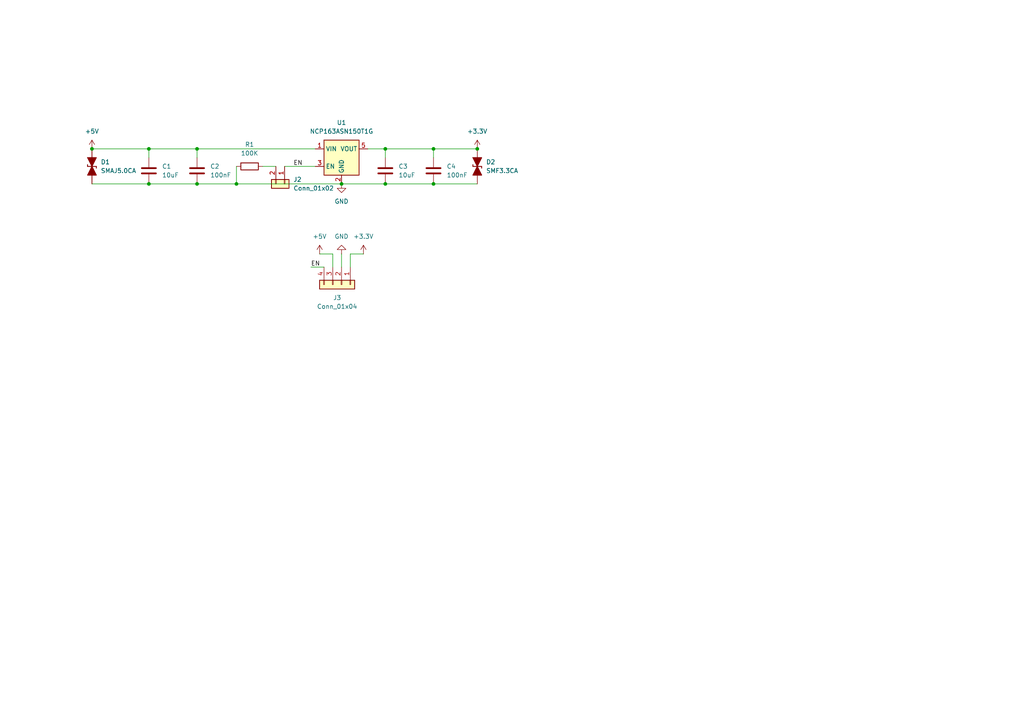
<source format=kicad_sch>
(kicad_sch
	(version 20250114)
	(generator "eeschema")
	(generator_version "9.0")
	(uuid "1df6ae02-d3d4-4e02-9ae3-4242eafe4dc1")
	(paper "A4")
	(lib_symbols
		(symbol "Connector_Generic:Conn_01x02"
			(pin_names
				(offset 1.016)
				(hide yes)
			)
			(exclude_from_sim no)
			(in_bom yes)
			(on_board yes)
			(property "Reference" "J"
				(at 0 2.54 0)
				(effects
					(font
						(size 1.27 1.27)
					)
				)
			)
			(property "Value" "Conn_01x02"
				(at 0 -5.08 0)
				(effects
					(font
						(size 1.27 1.27)
					)
				)
			)
			(property "Footprint" ""
				(at 0 0 0)
				(effects
					(font
						(size 1.27 1.27)
					)
					(hide yes)
				)
			)
			(property "Datasheet" "~"
				(at 0 0 0)
				(effects
					(font
						(size 1.27 1.27)
					)
					(hide yes)
				)
			)
			(property "Description" "Generic connector, single row, 01x02, script generated (kicad-library-utils/schlib/autogen/connector/)"
				(at 0 0 0)
				(effects
					(font
						(size 1.27 1.27)
					)
					(hide yes)
				)
			)
			(property "ki_keywords" "connector"
				(at 0 0 0)
				(effects
					(font
						(size 1.27 1.27)
					)
					(hide yes)
				)
			)
			(property "ki_fp_filters" "Connector*:*_1x??_*"
				(at 0 0 0)
				(effects
					(font
						(size 1.27 1.27)
					)
					(hide yes)
				)
			)
			(symbol "Conn_01x02_1_1"
				(rectangle
					(start -1.27 1.27)
					(end 1.27 -3.81)
					(stroke
						(width 0.254)
						(type default)
					)
					(fill
						(type background)
					)
				)
				(rectangle
					(start -1.27 0.127)
					(end 0 -0.127)
					(stroke
						(width 0.1524)
						(type default)
					)
					(fill
						(type none)
					)
				)
				(rectangle
					(start -1.27 -2.413)
					(end 0 -2.667)
					(stroke
						(width 0.1524)
						(type default)
					)
					(fill
						(type none)
					)
				)
				(pin passive line
					(at -5.08 0 0)
					(length 3.81)
					(name "Pin_1"
						(effects
							(font
								(size 1.27 1.27)
							)
						)
					)
					(number "1"
						(effects
							(font
								(size 1.27 1.27)
							)
						)
					)
				)
				(pin passive line
					(at -5.08 -2.54 0)
					(length 3.81)
					(name "Pin_2"
						(effects
							(font
								(size 1.27 1.27)
							)
						)
					)
					(number "2"
						(effects
							(font
								(size 1.27 1.27)
							)
						)
					)
				)
			)
			(embedded_fonts no)
		)
		(symbol "Connector_Generic:Conn_01x04"
			(pin_names
				(offset 1.016)
				(hide yes)
			)
			(exclude_from_sim no)
			(in_bom yes)
			(on_board yes)
			(property "Reference" "J"
				(at 0 5.08 0)
				(effects
					(font
						(size 1.27 1.27)
					)
				)
			)
			(property "Value" "Conn_01x04"
				(at 0 -7.62 0)
				(effects
					(font
						(size 1.27 1.27)
					)
				)
			)
			(property "Footprint" ""
				(at 0 0 0)
				(effects
					(font
						(size 1.27 1.27)
					)
					(hide yes)
				)
			)
			(property "Datasheet" "~"
				(at 0 0 0)
				(effects
					(font
						(size 1.27 1.27)
					)
					(hide yes)
				)
			)
			(property "Description" "Generic connector, single row, 01x04, script generated (kicad-library-utils/schlib/autogen/connector/)"
				(at 0 0 0)
				(effects
					(font
						(size 1.27 1.27)
					)
					(hide yes)
				)
			)
			(property "ki_keywords" "connector"
				(at 0 0 0)
				(effects
					(font
						(size 1.27 1.27)
					)
					(hide yes)
				)
			)
			(property "ki_fp_filters" "Connector*:*_1x??_*"
				(at 0 0 0)
				(effects
					(font
						(size 1.27 1.27)
					)
					(hide yes)
				)
			)
			(symbol "Conn_01x04_1_1"
				(rectangle
					(start -1.27 3.81)
					(end 1.27 -6.35)
					(stroke
						(width 0.254)
						(type default)
					)
					(fill
						(type background)
					)
				)
				(rectangle
					(start -1.27 2.667)
					(end 0 2.413)
					(stroke
						(width 0.1524)
						(type default)
					)
					(fill
						(type none)
					)
				)
				(rectangle
					(start -1.27 0.127)
					(end 0 -0.127)
					(stroke
						(width 0.1524)
						(type default)
					)
					(fill
						(type none)
					)
				)
				(rectangle
					(start -1.27 -2.413)
					(end 0 -2.667)
					(stroke
						(width 0.1524)
						(type default)
					)
					(fill
						(type none)
					)
				)
				(rectangle
					(start -1.27 -4.953)
					(end 0 -5.207)
					(stroke
						(width 0.1524)
						(type default)
					)
					(fill
						(type none)
					)
				)
				(pin passive line
					(at -5.08 2.54 0)
					(length 3.81)
					(name "Pin_1"
						(effects
							(font
								(size 1.27 1.27)
							)
						)
					)
					(number "1"
						(effects
							(font
								(size 1.27 1.27)
							)
						)
					)
				)
				(pin passive line
					(at -5.08 0 0)
					(length 3.81)
					(name "Pin_2"
						(effects
							(font
								(size 1.27 1.27)
							)
						)
					)
					(number "2"
						(effects
							(font
								(size 1.27 1.27)
							)
						)
					)
				)
				(pin passive line
					(at -5.08 -2.54 0)
					(length 3.81)
					(name "Pin_3"
						(effects
							(font
								(size 1.27 1.27)
							)
						)
					)
					(number "3"
						(effects
							(font
								(size 1.27 1.27)
							)
						)
					)
				)
				(pin passive line
					(at -5.08 -5.08 0)
					(length 3.81)
					(name "Pin_4"
						(effects
							(font
								(size 1.27 1.27)
							)
						)
					)
					(number "4"
						(effects
							(font
								(size 1.27 1.27)
							)
						)
					)
				)
			)
			(embedded_fonts no)
		)
		(symbol "Library:RT9013-33GB"
			(exclude_from_sim no)
			(in_bom yes)
			(on_board yes)
			(property "Reference" "U"
				(at 0 8.89 0)
				(effects
					(font
						(size 1.27 1.27)
					)
				)
			)
			(property "Value" "NCP163ASN150T1G"
				(at 0 6.35 0)
				(effects
					(font
						(size 1.27 1.27)
					)
				)
			)
			(property "Footprint" "Package_TO_SOT_SMD:SOT-23-5"
				(at 0 7.62 0)
				(effects
					(font
						(size 1.27 1.27)
					)
					(hide yes)
				)
			)
			(property "Datasheet" "https://www.jlc-smt.com/lcsc/detail?componentCode=C47773"
				(at 0 7.62 0)
				(effects
					(font
						(size 1.27 1.27)
					)
					(hide yes)
				)
			)
			(property "Description" "250mA low-noise LDO, 2.2V-5.5V input, 1.5V output, SOT-23-5"
				(at 0 0 0)
				(effects
					(font
						(size 1.27 1.27)
					)
					(hide yes)
				)
			)
			(property "ki_keywords" "LDO regulator voltage"
				(at 0 0 0)
				(effects
					(font
						(size 1.27 1.27)
					)
					(hide yes)
				)
			)
			(property "ki_fp_filters" "SOT?23*"
				(at 0 0 0)
				(effects
					(font
						(size 1.27 1.27)
					)
					(hide yes)
				)
			)
			(symbol "RT9013-33GB_0_1"
				(rectangle
					(start -5.08 5.08)
					(end 5.08 -5.08)
					(stroke
						(width 0.254)
						(type default)
					)
					(fill
						(type background)
					)
				)
			)
			(symbol "RT9013-33GB_1_1"
				(pin power_in line
					(at -7.62 2.54 0)
					(length 2.54)
					(name "VIN"
						(effects
							(font
								(size 1.27 1.27)
							)
						)
					)
					(number "1"
						(effects
							(font
								(size 1.27 1.27)
							)
						)
					)
				)
				(pin input line
					(at -7.62 -2.54 0)
					(length 2.54)
					(name "EN"
						(effects
							(font
								(size 1.27 1.27)
							)
						)
					)
					(number "3"
						(effects
							(font
								(size 1.27 1.27)
							)
						)
					)
				)
				(pin power_in line
					(at 0 -7.62 90)
					(length 2.54)
					(name "GND"
						(effects
							(font
								(size 1.27 1.27)
							)
						)
					)
					(number "2"
						(effects
							(font
								(size 1.27 1.27)
							)
						)
					)
				)
				(pin no_connect line
					(at 5.08 -2.54 180)
					(length 2.54)
					(hide yes)
					(name "NC"
						(effects
							(font
								(size 1.27 1.27)
							)
						)
					)
					(number "4"
						(effects
							(font
								(size 1.27 1.27)
							)
						)
					)
				)
				(pin power_out line
					(at 7.62 2.54 180)
					(length 2.54)
					(name "VOUT"
						(effects
							(font
								(size 1.27 1.27)
							)
						)
					)
					(number "5"
						(effects
							(font
								(size 1.27 1.27)
							)
						)
					)
				)
			)
			(embedded_fonts no)
		)
		(symbol "Library:SMF3.3CA"
			(pin_numbers
				(hide yes)
			)
			(pin_names
				(offset 1.016)
				(hide yes)
			)
			(exclude_from_sim no)
			(in_bom yes)
			(on_board yes)
			(property "Reference" "D"
				(at 0 5.08 0)
				(effects
					(font
						(size 1.27 1.27)
					)
				)
			)
			(property "Value" "SMF3.3CA"
				(at 0 2.54 0)
				(effects
					(font
						(size 1.27 1.27)
					)
				)
			)
			(property "Footprint" "PCM_Diode_SMD_AKL:D_SOD-123F"
				(at 0 0 0)
				(effects
					(font
						(size 1.27 1.27)
					)
					(hide yes)
				)
			)
			(property "Datasheet" "https://item.szlcsc.com/48682096.html?fromZone=s_s__%2522SMF3.3CA%2522&spm=sc.gb.xh1.zy.n___sc.it.hd.ss&lcsc_vid=RVRcUVYDElFdXlJeRAALAwJQTwNeBgZeQ1QMUwJSRlQxVlNSQVZWVV1VR1lXVTtW"
				(at 0 0 0)
				(effects
					(font
						(size 1.27 1.27)
					)
					(hide yes)
				)
			)
			(property "Description" "SOD-123F Bidirectional TVS Diode, 5V, 200W, Alternate KiCAD Library"
				(at 0 0 0)
				(effects
					(font
						(size 1.27 1.27)
					)
					(hide yes)
				)
			)
			(property "ki_keywords" "diode TVS bidirectional SMF-CA"
				(at 0 0 0)
				(effects
					(font
						(size 1.27 1.27)
					)
					(hide yes)
				)
			)
			(property "ki_fp_filters" "TO-???* *_Diode_* *SingleDiode* D_*"
				(at 0 0 0)
				(effects
					(font
						(size 1.27 1.27)
					)
					(hide yes)
				)
			)
			(symbol "SMF3.3CA_0_1"
				(polyline
					(pts
						(xy 0 1.27) (xy 0 -1.27)
					)
					(stroke
						(width 0.254)
						(type default)
					)
					(fill
						(type none)
					)
				)
				(polyline
					(pts
						(xy 0 1.27) (xy 0.508 1.27)
					)
					(stroke
						(width 0.254)
						(type default)
					)
					(fill
						(type none)
					)
				)
				(polyline
					(pts
						(xy 0 0) (xy -2.54 1.27) (xy -2.54 -1.27) (xy 0 0)
					)
					(stroke
						(width 0.254)
						(type default)
					)
					(fill
						(type outline)
					)
				)
				(polyline
					(pts
						(xy 0 -1.27) (xy -0.508 -1.27)
					)
					(stroke
						(width 0.254)
						(type default)
					)
					(fill
						(type none)
					)
				)
				(polyline
					(pts
						(xy 1.27 0) (xy -1.27 0)
					)
					(stroke
						(width 0)
						(type default)
					)
					(fill
						(type none)
					)
				)
				(polyline
					(pts
						(xy 2.54 1.27) (xy 2.54 -1.27) (xy 0 0) (xy 2.54 1.27)
					)
					(stroke
						(width 0.254)
						(type default)
					)
					(fill
						(type outline)
					)
				)
			)
			(symbol "SMF3.3CA_0_2"
				(polyline
					(pts
						(xy -3.81 -3.81) (xy 3.81 3.81)
					)
					(stroke
						(width 0)
						(type default)
					)
					(fill
						(type none)
					)
				)
				(polyline
					(pts
						(xy -1.778 -1.778) (xy -2.667 -0.889) (xy 0 0) (xy -0.889 -2.667) (xy -1.778 -1.778)
					)
					(stroke
						(width 0.254)
						(type default)
					)
					(fill
						(type outline)
					)
				)
				(polyline
					(pts
						(xy -0.889 0.889) (xy -1.27 0.508)
					)
					(stroke
						(width 0.254)
						(type default)
					)
					(fill
						(type none)
					)
				)
				(polyline
					(pts
						(xy -0.889 0.889) (xy 0.889 -0.889)
					)
					(stroke
						(width 0.254)
						(type default)
					)
					(fill
						(type none)
					)
				)
				(polyline
					(pts
						(xy 0.889 -0.889) (xy 1.27 -0.508)
					)
					(stroke
						(width 0.254)
						(type default)
					)
					(fill
						(type none)
					)
				)
				(polyline
					(pts
						(xy 1.778 1.778) (xy 2.667 0.889) (xy 0 0) (xy 0.889 2.667) (xy 1.778 1.778)
					)
					(stroke
						(width 0.254)
						(type default)
					)
					(fill
						(type outline)
					)
				)
			)
			(symbol "SMF3.3CA_1_1"
				(pin passive line
					(at -5.08 0 0)
					(length 2.54)
					(name "K"
						(effects
							(font
								(size 1.27 1.27)
							)
						)
					)
					(number "1"
						(effects
							(font
								(size 1.27 1.27)
							)
						)
					)
				)
				(pin passive line
					(at 5.08 0 180)
					(length 2.54)
					(name "A"
						(effects
							(font
								(size 1.27 1.27)
							)
						)
					)
					(number "2"
						(effects
							(font
								(size 1.27 1.27)
							)
						)
					)
				)
			)
			(symbol "SMF3.3CA_1_2"
				(pin passive line
					(at -3.81 -3.81 0)
					(length 0)
					(name "A"
						(effects
							(font
								(size 1.27 1.27)
							)
						)
					)
					(number "2"
						(effects
							(font
								(size 1.27 1.27)
							)
						)
					)
				)
				(pin passive line
					(at 3.81 3.81 180)
					(length 0)
					(name "K"
						(effects
							(font
								(size 1.27 1.27)
							)
						)
					)
					(number "1"
						(effects
							(font
								(size 1.27 1.27)
							)
						)
					)
				)
			)
			(embedded_fonts no)
		)
		(symbol "PCM_Capacitor_US_AKL:C_1206"
			(pin_numbers
				(hide yes)
			)
			(pin_names
				(offset 0.254)
			)
			(exclude_from_sim no)
			(in_bom yes)
			(on_board yes)
			(property "Reference" "C"
				(at 0.635 2.54 0)
				(effects
					(font
						(size 1.27 1.27)
					)
					(justify left)
				)
			)
			(property "Value" "C_1206"
				(at 0.635 -2.54 0)
				(effects
					(font
						(size 1.27 1.27)
					)
					(justify left)
				)
			)
			(property "Footprint" "PCM_Capacitor_SMD_AKL:C_1206_3216Metric"
				(at 0.9652 -3.81 0)
				(effects
					(font
						(size 1.27 1.27)
					)
					(hide yes)
				)
			)
			(property "Datasheet" "~"
				(at 0 0 0)
				(effects
					(font
						(size 1.27 1.27)
					)
					(hide yes)
				)
			)
			(property "Description" "SMD 1206 MLCC capacitor, Alternate KiCad Library"
				(at 0 0 0)
				(effects
					(font
						(size 1.27 1.27)
					)
					(hide yes)
				)
			)
			(property "ki_keywords" "cap capacitor ceramic chip mlcc smd 1206"
				(at 0 0 0)
				(effects
					(font
						(size 1.27 1.27)
					)
					(hide yes)
				)
			)
			(property "ki_fp_filters" "C_*"
				(at 0 0 0)
				(effects
					(font
						(size 1.27 1.27)
					)
					(hide yes)
				)
			)
			(symbol "C_1206_0_1"
				(polyline
					(pts
						(xy -2.032 0.762) (xy 2.032 0.762)
					)
					(stroke
						(width 0.508)
						(type default)
					)
					(fill
						(type none)
					)
				)
				(polyline
					(pts
						(xy -2.032 -0.762) (xy 2.032 -0.762)
					)
					(stroke
						(width 0.508)
						(type default)
					)
					(fill
						(type none)
					)
				)
			)
			(symbol "C_1206_0_2"
				(polyline
					(pts
						(xy -2.54 -2.54) (xy -0.381 -0.381)
					)
					(stroke
						(width 0)
						(type default)
					)
					(fill
						(type none)
					)
				)
				(polyline
					(pts
						(xy -0.508 -0.508) (xy -1.651 0.635)
					)
					(stroke
						(width 0.508)
						(type default)
					)
					(fill
						(type none)
					)
				)
				(polyline
					(pts
						(xy -0.508 -0.508) (xy 0.635 -1.651)
					)
					(stroke
						(width 0.508)
						(type default)
					)
					(fill
						(type none)
					)
				)
				(polyline
					(pts
						(xy 0.381 0.381) (xy 2.54 2.54)
					)
					(stroke
						(width 0)
						(type default)
					)
					(fill
						(type none)
					)
				)
				(polyline
					(pts
						(xy 0.508 0.508) (xy -0.635 1.651)
					)
					(stroke
						(width 0.508)
						(type default)
					)
					(fill
						(type none)
					)
				)
				(polyline
					(pts
						(xy 0.508 0.508) (xy 1.651 -0.635)
					)
					(stroke
						(width 0.508)
						(type default)
					)
					(fill
						(type none)
					)
				)
			)
			(symbol "C_1206_1_1"
				(pin passive line
					(at 0 3.81 270)
					(length 2.794)
					(name "~"
						(effects
							(font
								(size 1.27 1.27)
							)
						)
					)
					(number "1"
						(effects
							(font
								(size 1.27 1.27)
							)
						)
					)
				)
				(pin passive line
					(at 0 -3.81 90)
					(length 2.794)
					(name "~"
						(effects
							(font
								(size 1.27 1.27)
							)
						)
					)
					(number "2"
						(effects
							(font
								(size 1.27 1.27)
							)
						)
					)
				)
			)
			(symbol "C_1206_1_2"
				(pin passive line
					(at -2.54 -2.54 90)
					(length 0)
					(name "~"
						(effects
							(font
								(size 1.27 1.27)
							)
						)
					)
					(number "2"
						(effects
							(font
								(size 1.27 1.27)
							)
						)
					)
				)
				(pin passive line
					(at 2.54 2.54 270)
					(length 0)
					(name "~"
						(effects
							(font
								(size 1.27 1.27)
							)
						)
					)
					(number "1"
						(effects
							(font
								(size 1.27 1.27)
							)
						)
					)
				)
			)
			(embedded_fonts no)
		)
		(symbol "PCM_Diode_TVS_AKL:SMAJ5.0CA"
			(pin_numbers
				(hide yes)
			)
			(pin_names
				(offset 1.016)
				(hide yes)
			)
			(exclude_from_sim no)
			(in_bom yes)
			(on_board yes)
			(property "Reference" "D"
				(at 0 5.08 0)
				(effects
					(font
						(size 1.27 1.27)
					)
				)
			)
			(property "Value" "SMAJ5.0CA"
				(at 0 2.54 0)
				(effects
					(font
						(size 1.27 1.27)
					)
				)
			)
			(property "Footprint" "PCM_Diode_SMD_AKL:D_SMA_TVS"
				(at 0 0 0)
				(effects
					(font
						(size 1.27 1.27)
					)
					(hide yes)
				)
			)
			(property "Datasheet" "https://www.tme.eu/Document/dbc72d81c249fe51b6ab42300e8e06d0/SMAJ_ser.pdf"
				(at 0 0 0)
				(effects
					(font
						(size 1.27 1.27)
					)
					(hide yes)
				)
			)
			(property "Description" "SMA Bidirectional TVS Diode, 5V, 400W, Alternate KiCAD Library"
				(at 0 0 0)
				(effects
					(font
						(size 1.27 1.27)
					)
					(hide yes)
				)
			)
			(property "ki_keywords" "diode TVS bidirectional SMAJ-CA"
				(at 0 0 0)
				(effects
					(font
						(size 1.27 1.27)
					)
					(hide yes)
				)
			)
			(property "ki_fp_filters" "TO-???* *_Diode_* *SingleDiode* D_*"
				(at 0 0 0)
				(effects
					(font
						(size 1.27 1.27)
					)
					(hide yes)
				)
			)
			(symbol "SMAJ5.0CA_0_1"
				(polyline
					(pts
						(xy 0 1.27) (xy 0 -1.27)
					)
					(stroke
						(width 0.254)
						(type default)
					)
					(fill
						(type none)
					)
				)
				(polyline
					(pts
						(xy 0 1.27) (xy 0.508 1.27)
					)
					(stroke
						(width 0.254)
						(type default)
					)
					(fill
						(type none)
					)
				)
				(polyline
					(pts
						(xy 0 0) (xy -2.54 1.27) (xy -2.54 -1.27) (xy 0 0)
					)
					(stroke
						(width 0.254)
						(type default)
					)
					(fill
						(type outline)
					)
				)
				(polyline
					(pts
						(xy 0 -1.27) (xy -0.508 -1.27)
					)
					(stroke
						(width 0.254)
						(type default)
					)
					(fill
						(type none)
					)
				)
				(polyline
					(pts
						(xy 1.27 0) (xy -1.27 0)
					)
					(stroke
						(width 0)
						(type default)
					)
					(fill
						(type none)
					)
				)
				(polyline
					(pts
						(xy 2.54 1.27) (xy 2.54 -1.27) (xy 0 0) (xy 2.54 1.27)
					)
					(stroke
						(width 0.254)
						(type default)
					)
					(fill
						(type outline)
					)
				)
			)
			(symbol "SMAJ5.0CA_0_2"
				(polyline
					(pts
						(xy -3.81 -3.81) (xy 3.81 3.81)
					)
					(stroke
						(width 0)
						(type default)
					)
					(fill
						(type none)
					)
				)
				(polyline
					(pts
						(xy -1.778 -1.778) (xy -2.667 -0.889) (xy 0 0) (xy -0.889 -2.667) (xy -1.778 -1.778)
					)
					(stroke
						(width 0.254)
						(type default)
					)
					(fill
						(type outline)
					)
				)
				(polyline
					(pts
						(xy -0.889 0.889) (xy -1.27 0.508)
					)
					(stroke
						(width 0.254)
						(type default)
					)
					(fill
						(type none)
					)
				)
				(polyline
					(pts
						(xy -0.889 0.889) (xy 0.889 -0.889)
					)
					(stroke
						(width 0.254)
						(type default)
					)
					(fill
						(type none)
					)
				)
				(polyline
					(pts
						(xy 0.889 -0.889) (xy 1.27 -0.508)
					)
					(stroke
						(width 0.254)
						(type default)
					)
					(fill
						(type none)
					)
				)
				(polyline
					(pts
						(xy 1.778 1.778) (xy 2.667 0.889) (xy 0 0) (xy 0.889 2.667) (xy 1.778 1.778)
					)
					(stroke
						(width 0.254)
						(type default)
					)
					(fill
						(type outline)
					)
				)
			)
			(symbol "SMAJ5.0CA_1_1"
				(pin passive line
					(at -5.08 0 0)
					(length 2.54)
					(name "K"
						(effects
							(font
								(size 1.27 1.27)
							)
						)
					)
					(number "1"
						(effects
							(font
								(size 1.27 1.27)
							)
						)
					)
				)
				(pin passive line
					(at 5.08 0 180)
					(length 2.54)
					(name "A"
						(effects
							(font
								(size 1.27 1.27)
							)
						)
					)
					(number "2"
						(effects
							(font
								(size 1.27 1.27)
							)
						)
					)
				)
			)
			(symbol "SMAJ5.0CA_1_2"
				(pin passive line
					(at -3.81 -3.81 0)
					(length 0)
					(name "A"
						(effects
							(font
								(size 1.27 1.27)
							)
						)
					)
					(number "2"
						(effects
							(font
								(size 1.27 1.27)
							)
						)
					)
				)
				(pin passive line
					(at 3.81 3.81 180)
					(length 0)
					(name "K"
						(effects
							(font
								(size 1.27 1.27)
							)
						)
					)
					(number "1"
						(effects
							(font
								(size 1.27 1.27)
							)
						)
					)
				)
			)
			(embedded_fonts no)
		)
		(symbol "PCM_Resistor_AKL:R_1206"
			(pin_numbers
				(hide yes)
			)
			(pin_names
				(offset 0)
			)
			(exclude_from_sim no)
			(in_bom yes)
			(on_board yes)
			(property "Reference" "R"
				(at 2.54 1.27 0)
				(effects
					(font
						(size 1.27 1.27)
					)
					(justify left)
				)
			)
			(property "Value" "R_1206"
				(at 2.54 -1.27 0)
				(effects
					(font
						(size 1.27 1.27)
					)
					(justify left)
				)
			)
			(property "Footprint" "PCM_Resistor_SMD_AKL:R_1206_3216Metric"
				(at 0 -11.43 0)
				(effects
					(font
						(size 1.27 1.27)
					)
					(hide yes)
				)
			)
			(property "Datasheet" "~"
				(at 0 0 0)
				(effects
					(font
						(size 1.27 1.27)
					)
					(hide yes)
				)
			)
			(property "Description" "SMD 1206 Chip Resistor, European Symbol, Alternate KiCad Library"
				(at 0 0 0)
				(effects
					(font
						(size 1.27 1.27)
					)
					(hide yes)
				)
			)
			(property "ki_keywords" "R res resistor eu  smd 1206"
				(at 0 0 0)
				(effects
					(font
						(size 1.27 1.27)
					)
					(hide yes)
				)
			)
			(property "ki_fp_filters" "R_*"
				(at 0 0 0)
				(effects
					(font
						(size 1.27 1.27)
					)
					(hide yes)
				)
			)
			(symbol "R_1206_0_1"
				(rectangle
					(start -1.016 2.54)
					(end 1.016 -2.54)
					(stroke
						(width 0.254)
						(type default)
					)
					(fill
						(type none)
					)
				)
			)
			(symbol "R_1206_0_2"
				(polyline
					(pts
						(xy -2.54 -2.54) (xy -1.524 -1.524)
					)
					(stroke
						(width 0)
						(type default)
					)
					(fill
						(type none)
					)
				)
				(polyline
					(pts
						(xy 1.524 1.524) (xy 2.54 2.54)
					)
					(stroke
						(width 0)
						(type default)
					)
					(fill
						(type none)
					)
				)
				(polyline
					(pts
						(xy 1.524 1.524) (xy 0.889 2.159) (xy -2.159 -0.889) (xy -0.889 -2.159) (xy 2.159 0.889) (xy 1.524 1.524)
					)
					(stroke
						(width 0.254)
						(type default)
					)
					(fill
						(type none)
					)
				)
			)
			(symbol "R_1206_1_1"
				(pin passive line
					(at 0 3.81 270)
					(length 1.27)
					(name "~"
						(effects
							(font
								(size 1.27 1.27)
							)
						)
					)
					(number "1"
						(effects
							(font
								(size 1.27 1.27)
							)
						)
					)
				)
				(pin passive line
					(at 0 -3.81 90)
					(length 1.27)
					(name "~"
						(effects
							(font
								(size 1.27 1.27)
							)
						)
					)
					(number "2"
						(effects
							(font
								(size 1.27 1.27)
							)
						)
					)
				)
			)
			(symbol "R_1206_1_2"
				(pin passive line
					(at -2.54 -2.54 0)
					(length 0)
					(name ""
						(effects
							(font
								(size 1.27 1.27)
							)
						)
					)
					(number "2"
						(effects
							(font
								(size 1.27 1.27)
							)
						)
					)
				)
				(pin passive line
					(at 2.54 2.54 180)
					(length 0)
					(name ""
						(effects
							(font
								(size 1.27 1.27)
							)
						)
					)
					(number "1"
						(effects
							(font
								(size 1.27 1.27)
							)
						)
					)
				)
			)
			(embedded_fonts no)
		)
		(symbol "power:+3.3V"
			(power)
			(pin_numbers
				(hide yes)
			)
			(pin_names
				(offset 0)
				(hide yes)
			)
			(exclude_from_sim no)
			(in_bom yes)
			(on_board yes)
			(property "Reference" "#PWR"
				(at 0 -3.81 0)
				(effects
					(font
						(size 1.27 1.27)
					)
					(hide yes)
				)
			)
			(property "Value" "+3.3V"
				(at 0 3.556 0)
				(effects
					(font
						(size 1.27 1.27)
					)
				)
			)
			(property "Footprint" ""
				(at 0 0 0)
				(effects
					(font
						(size 1.27 1.27)
					)
					(hide yes)
				)
			)
			(property "Datasheet" ""
				(at 0 0 0)
				(effects
					(font
						(size 1.27 1.27)
					)
					(hide yes)
				)
			)
			(property "Description" "Power symbol creates a global label with name \"+3.3V\""
				(at 0 0 0)
				(effects
					(font
						(size 1.27 1.27)
					)
					(hide yes)
				)
			)
			(property "ki_keywords" "global power"
				(at 0 0 0)
				(effects
					(font
						(size 1.27 1.27)
					)
					(hide yes)
				)
			)
			(symbol "+3.3V_0_1"
				(polyline
					(pts
						(xy -0.762 1.27) (xy 0 2.54)
					)
					(stroke
						(width 0)
						(type default)
					)
					(fill
						(type none)
					)
				)
				(polyline
					(pts
						(xy 0 2.54) (xy 0.762 1.27)
					)
					(stroke
						(width 0)
						(type default)
					)
					(fill
						(type none)
					)
				)
				(polyline
					(pts
						(xy 0 0) (xy 0 2.54)
					)
					(stroke
						(width 0)
						(type default)
					)
					(fill
						(type none)
					)
				)
			)
			(symbol "+3.3V_1_1"
				(pin power_in line
					(at 0 0 90)
					(length 0)
					(name "~"
						(effects
							(font
								(size 1.27 1.27)
							)
						)
					)
					(number "1"
						(effects
							(font
								(size 1.27 1.27)
							)
						)
					)
				)
			)
			(embedded_fonts no)
		)
		(symbol "power:+5V"
			(power)
			(pin_numbers
				(hide yes)
			)
			(pin_names
				(offset 0)
				(hide yes)
			)
			(exclude_from_sim no)
			(in_bom yes)
			(on_board yes)
			(property "Reference" "#PWR"
				(at 0 -3.81 0)
				(effects
					(font
						(size 1.27 1.27)
					)
					(hide yes)
				)
			)
			(property "Value" "+5V"
				(at 0 3.556 0)
				(effects
					(font
						(size 1.27 1.27)
					)
				)
			)
			(property "Footprint" ""
				(at 0 0 0)
				(effects
					(font
						(size 1.27 1.27)
					)
					(hide yes)
				)
			)
			(property "Datasheet" ""
				(at 0 0 0)
				(effects
					(font
						(size 1.27 1.27)
					)
					(hide yes)
				)
			)
			(property "Description" "Power symbol creates a global label with name \"+5V\""
				(at 0 0 0)
				(effects
					(font
						(size 1.27 1.27)
					)
					(hide yes)
				)
			)
			(property "ki_keywords" "global power"
				(at 0 0 0)
				(effects
					(font
						(size 1.27 1.27)
					)
					(hide yes)
				)
			)
			(symbol "+5V_0_1"
				(polyline
					(pts
						(xy -0.762 1.27) (xy 0 2.54)
					)
					(stroke
						(width 0)
						(type default)
					)
					(fill
						(type none)
					)
				)
				(polyline
					(pts
						(xy 0 2.54) (xy 0.762 1.27)
					)
					(stroke
						(width 0)
						(type default)
					)
					(fill
						(type none)
					)
				)
				(polyline
					(pts
						(xy 0 0) (xy 0 2.54)
					)
					(stroke
						(width 0)
						(type default)
					)
					(fill
						(type none)
					)
				)
			)
			(symbol "+5V_1_1"
				(pin power_in line
					(at 0 0 90)
					(length 0)
					(name "~"
						(effects
							(font
								(size 1.27 1.27)
							)
						)
					)
					(number "1"
						(effects
							(font
								(size 1.27 1.27)
							)
						)
					)
				)
			)
			(embedded_fonts no)
		)
		(symbol "power:GND"
			(power)
			(pin_numbers
				(hide yes)
			)
			(pin_names
				(offset 0)
				(hide yes)
			)
			(exclude_from_sim no)
			(in_bom yes)
			(on_board yes)
			(property "Reference" "#PWR"
				(at 0 -6.35 0)
				(effects
					(font
						(size 1.27 1.27)
					)
					(hide yes)
				)
			)
			(property "Value" "GND"
				(at 0 -3.81 0)
				(effects
					(font
						(size 1.27 1.27)
					)
				)
			)
			(property "Footprint" ""
				(at 0 0 0)
				(effects
					(font
						(size 1.27 1.27)
					)
					(hide yes)
				)
			)
			(property "Datasheet" ""
				(at 0 0 0)
				(effects
					(font
						(size 1.27 1.27)
					)
					(hide yes)
				)
			)
			(property "Description" "Power symbol creates a global label with name \"GND\" , ground"
				(at 0 0 0)
				(effects
					(font
						(size 1.27 1.27)
					)
					(hide yes)
				)
			)
			(property "ki_keywords" "global power"
				(at 0 0 0)
				(effects
					(font
						(size 1.27 1.27)
					)
					(hide yes)
				)
			)
			(symbol "GND_0_1"
				(polyline
					(pts
						(xy 0 0) (xy 0 -1.27) (xy 1.27 -1.27) (xy 0 -2.54) (xy -1.27 -1.27) (xy 0 -1.27)
					)
					(stroke
						(width 0)
						(type default)
					)
					(fill
						(type none)
					)
				)
			)
			(symbol "GND_1_1"
				(pin power_in line
					(at 0 0 270)
					(length 0)
					(name "~"
						(effects
							(font
								(size 1.27 1.27)
							)
						)
					)
					(number "1"
						(effects
							(font
								(size 1.27 1.27)
							)
						)
					)
				)
			)
			(embedded_fonts no)
		)
	)
	(junction
		(at 26.67 43.18)
		(diameter 0)
		(color 0 0 0 0)
		(uuid "009f6107-1f49-4163-84b8-73d83ab0b372")
	)
	(junction
		(at 68.58 53.34)
		(diameter 0)
		(color 0 0 0 0)
		(uuid "4af795f9-0d39-419b-9253-4e982ee5e1c0")
	)
	(junction
		(at 125.73 53.34)
		(diameter 0)
		(color 0 0 0 0)
		(uuid "514833eb-50a9-44fe-916f-294371287c75")
	)
	(junction
		(at 125.73 43.18)
		(diameter 0)
		(color 0 0 0 0)
		(uuid "64aba8ce-fd6c-4491-992c-3b04ebd53f9f")
	)
	(junction
		(at 43.18 53.34)
		(diameter 0)
		(color 0 0 0 0)
		(uuid "6badc462-3549-4c36-8e68-21b0bb8cafde")
	)
	(junction
		(at 111.76 43.18)
		(diameter 0)
		(color 0 0 0 0)
		(uuid "719da37d-a298-4564-bf72-c6c4262e0a9d")
	)
	(junction
		(at 111.76 53.34)
		(diameter 0)
		(color 0 0 0 0)
		(uuid "9042bff0-f34f-427b-85c5-6b9b00f8c2b8")
	)
	(junction
		(at 99.06 53.34)
		(diameter 0)
		(color 0 0 0 0)
		(uuid "90bbae5f-2561-4229-8205-1a5909633dd6")
	)
	(junction
		(at 57.15 53.34)
		(diameter 0)
		(color 0 0 0 0)
		(uuid "93e780b9-2863-4b2b-b297-6be449c23a72")
	)
	(junction
		(at 57.15 43.18)
		(diameter 0)
		(color 0 0 0 0)
		(uuid "9d1d29f1-637e-4e32-bd4e-238eec1c5c0e")
	)
	(junction
		(at 138.43 43.18)
		(diameter 0)
		(color 0 0 0 0)
		(uuid "b8fa3e1b-f2e6-4adb-b381-c72c396e8bae")
	)
	(junction
		(at 43.18 43.18)
		(diameter 0)
		(color 0 0 0 0)
		(uuid "e2d4d540-1b28-4c57-a6ca-376db0bf414f")
	)
	(wire
		(pts
			(xy 106.68 43.18) (xy 111.76 43.18)
		)
		(stroke
			(width 0)
			(type default)
		)
		(uuid "05ac1d29-e7d3-432c-88cf-2f065aa99a93")
	)
	(wire
		(pts
			(xy 43.18 43.18) (xy 57.15 43.18)
		)
		(stroke
			(width 0)
			(type default)
		)
		(uuid "0fe6615d-7d0f-4bd7-87e6-67912a7768d0")
	)
	(wire
		(pts
			(xy 99.06 53.34) (xy 111.76 53.34)
		)
		(stroke
			(width 0)
			(type default)
		)
		(uuid "1774fcfe-1112-46e7-acbb-d28140846add")
	)
	(wire
		(pts
			(xy 99.06 73.66) (xy 99.06 77.47)
		)
		(stroke
			(width 0)
			(type default)
		)
		(uuid "276cfdbc-7c71-48a6-a7cb-091d947a4b44")
	)
	(wire
		(pts
			(xy 68.58 48.26) (xy 68.58 53.34)
		)
		(stroke
			(width 0)
			(type default)
		)
		(uuid "2ad27cc4-58a2-42f3-92c2-6aa61077642b")
	)
	(wire
		(pts
			(xy 26.67 43.18) (xy 43.18 43.18)
		)
		(stroke
			(width 0)
			(type default)
		)
		(uuid "2c2418c9-d76c-4077-90b4-b4fa14f4dae8")
	)
	(wire
		(pts
			(xy 68.58 53.34) (xy 99.06 53.34)
		)
		(stroke
			(width 0)
			(type default)
		)
		(uuid "2c4e8303-f8df-46e2-98c7-a5a8d16f62b9")
	)
	(wire
		(pts
			(xy 125.73 53.34) (xy 138.43 53.34)
		)
		(stroke
			(width 0)
			(type default)
		)
		(uuid "3a9006f2-1804-4563-8ac2-ab9854d7055c")
	)
	(wire
		(pts
			(xy 43.18 53.34) (xy 57.15 53.34)
		)
		(stroke
			(width 0)
			(type default)
		)
		(uuid "3fadcb6a-dd90-4bc8-80b0-a3059fa1fb32")
	)
	(wire
		(pts
			(xy 76.2 48.26) (xy 80.01 48.26)
		)
		(stroke
			(width 0)
			(type default)
		)
		(uuid "510b7689-2380-49b0-bd8a-dedeb7f08421")
	)
	(wire
		(pts
			(xy 82.55 48.26) (xy 91.44 48.26)
		)
		(stroke
			(width 0)
			(type default)
		)
		(uuid "6cc9fcf4-0259-4d7c-95df-d78e1cda3f68")
	)
	(wire
		(pts
			(xy 125.73 43.18) (xy 138.43 43.18)
		)
		(stroke
			(width 0)
			(type default)
		)
		(uuid "72f383a0-3587-4727-9bd0-663df02f2aaf")
	)
	(wire
		(pts
			(xy 92.71 73.66) (xy 96.52 73.66)
		)
		(stroke
			(width 0)
			(type default)
		)
		(uuid "7a9f4117-b4e7-4144-8d35-26ae16be4005")
	)
	(wire
		(pts
			(xy 57.15 43.18) (xy 57.15 45.72)
		)
		(stroke
			(width 0)
			(type default)
		)
		(uuid "7c5bbed0-37b4-461b-83e6-1cf8567c570c")
	)
	(wire
		(pts
			(xy 26.67 53.34) (xy 43.18 53.34)
		)
		(stroke
			(width 0)
			(type default)
		)
		(uuid "7f2cbe72-dcac-4864-8902-a467ee0e6b68")
	)
	(wire
		(pts
			(xy 57.15 43.18) (xy 91.44 43.18)
		)
		(stroke
			(width 0)
			(type default)
		)
		(uuid "861a7793-2ba1-427b-bd6a-76c18a36eee7")
	)
	(wire
		(pts
			(xy 101.6 73.66) (xy 101.6 77.47)
		)
		(stroke
			(width 0)
			(type default)
		)
		(uuid "a3816e9e-c4de-49d2-8614-49bc422649e7")
	)
	(wire
		(pts
			(xy 96.52 73.66) (xy 96.52 77.47)
		)
		(stroke
			(width 0)
			(type default)
		)
		(uuid "a882a16f-140b-46f0-830f-d3fcd257bb22")
	)
	(wire
		(pts
			(xy 111.76 43.18) (xy 125.73 43.18)
		)
		(stroke
			(width 0)
			(type default)
		)
		(uuid "bb2287cb-2197-4c56-b358-48753385a0d0")
	)
	(wire
		(pts
			(xy 57.15 53.34) (xy 68.58 53.34)
		)
		(stroke
			(width 0)
			(type default)
		)
		(uuid "c19fec5c-7ef7-4d12-a92a-7e81323692e2")
	)
	(wire
		(pts
			(xy 111.76 43.18) (xy 111.76 45.72)
		)
		(stroke
			(width 0)
			(type default)
		)
		(uuid "c85a27d2-8038-49e5-b8dd-2cbab5b727bb")
	)
	(wire
		(pts
			(xy 101.6 73.66) (xy 105.41 73.66)
		)
		(stroke
			(width 0)
			(type default)
		)
		(uuid "ceb15113-566a-4374-9eb5-62585ab0adca")
	)
	(wire
		(pts
			(xy 125.73 43.18) (xy 125.73 45.72)
		)
		(stroke
			(width 0)
			(type default)
		)
		(uuid "cf4710e6-9f1f-47d0-a123-1878a9663cdc")
	)
	(wire
		(pts
			(xy 90.17 77.47) (xy 93.98 77.47)
		)
		(stroke
			(width 0)
			(type default)
		)
		(uuid "eee203dc-b557-4b5a-a75f-3b223a649d26")
	)
	(wire
		(pts
			(xy 111.76 53.34) (xy 125.73 53.34)
		)
		(stroke
			(width 0)
			(type default)
		)
		(uuid "efc3acde-0194-4669-b223-6090a94cc0ad")
	)
	(wire
		(pts
			(xy 43.18 43.18) (xy 43.18 45.72)
		)
		(stroke
			(width 0)
			(type default)
		)
		(uuid "f9714cac-ff9a-4506-b933-dec29543c863")
	)
	(label "EN"
		(at 90.17 77.47 0)
		(effects
			(font
				(size 1.27 1.27)
			)
			(justify left bottom)
		)
		(uuid "a7b41ea3-ca5d-4923-9724-5084e5e165ef")
	)
	(label "EN"
		(at 85.09 48.26 0)
		(effects
			(font
				(size 1.27 1.27)
			)
			(justify left bottom)
		)
		(uuid "c40fb4ec-5753-4f89-8aad-2c50cae7b75c")
	)
	(symbol
		(lib_id "PCM_Resistor_AKL:R_1206")
		(at 72.39 48.26 90)
		(unit 1)
		(exclude_from_sim no)
		(in_bom yes)
		(on_board yes)
		(dnp no)
		(fields_autoplaced yes)
		(uuid "14c8a2d7-37e1-4d40-b01b-3ad016d77147")
		(property "Reference" "R1"
			(at 72.39 41.91 90)
			(effects
				(font
					(size 1.27 1.27)
				)
			)
		)
		(property "Value" "100K"
			(at 72.39 44.45 90)
			(effects
				(font
					(size 1.27 1.27)
				)
			)
		)
		(property "Footprint" "PCM_Resistor_SMD_AKL:R_1206_3216Metric"
			(at 83.82 48.26 0)
			(effects
				(font
					(size 1.27 1.27)
				)
				(hide yes)
			)
		)
		(property "Datasheet" "~"
			(at 72.39 48.26 0)
			(effects
				(font
					(size 1.27 1.27)
				)
				(hide yes)
			)
		)
		(property "Description" "SMD 1206 Chip Resistor, European Symbol, Alternate KiCad Library"
			(at 72.39 48.26 0)
			(effects
				(font
					(size 1.27 1.27)
				)
				(hide yes)
			)
		)
		(pin "2"
			(uuid "10a38e45-3381-4942-a41e-24cdd32929c1")
		)
		(pin "1"
			(uuid "737ea43f-042d-4feb-a816-c97b42b972f1")
		)
		(instances
			(project ""
				(path "/1df6ae02-d3d4-4e02-9ae3-4242eafe4dc1"
					(reference "R1")
					(unit 1)
				)
			)
		)
	)
	(symbol
		(lib_id "PCM_Capacitor_US_AKL:C_1206")
		(at 125.73 49.53 0)
		(unit 1)
		(exclude_from_sim no)
		(in_bom yes)
		(on_board yes)
		(dnp no)
		(fields_autoplaced yes)
		(uuid "232928ec-4543-44fa-9151-c17ecbf974f2")
		(property "Reference" "C4"
			(at 129.54 48.2599 0)
			(effects
				(font
					(size 1.27 1.27)
				)
				(justify left)
			)
		)
		(property "Value" "100nF"
			(at 129.54 50.7999 0)
			(effects
				(font
					(size 1.27 1.27)
				)
				(justify left)
			)
		)
		(property "Footprint" "PCM_Capacitor_SMD_AKL:C_1206_3216Metric"
			(at 126.6952 53.34 0)
			(effects
				(font
					(size 1.27 1.27)
				)
				(hide yes)
			)
		)
		(property "Datasheet" "~"
			(at 125.73 49.53 0)
			(effects
				(font
					(size 1.27 1.27)
				)
				(hide yes)
			)
		)
		(property "Description" "SMD 1206 MLCC capacitor, Alternate KiCad Library"
			(at 125.73 49.53 0)
			(effects
				(font
					(size 1.27 1.27)
				)
				(hide yes)
			)
		)
		(pin "2"
			(uuid "5945e5ad-70a8-4f56-99f5-85fc87fbd9cd")
		)
		(pin "1"
			(uuid "cedff690-39f5-4644-a345-205a86a6e3b2")
		)
		(instances
			(project "HT7333"
				(path "/1df6ae02-d3d4-4e02-9ae3-4242eafe4dc1"
					(reference "C4")
					(unit 1)
				)
			)
		)
	)
	(symbol
		(lib_id "power:+3.3V")
		(at 105.41 73.66 0)
		(unit 1)
		(exclude_from_sim no)
		(in_bom yes)
		(on_board yes)
		(dnp no)
		(fields_autoplaced yes)
		(uuid "2e8b975b-119c-45dc-995b-e688ee0491dd")
		(property "Reference" "#PWR05"
			(at 105.41 77.47 0)
			(effects
				(font
					(size 1.27 1.27)
				)
				(hide yes)
			)
		)
		(property "Value" "+3.3V"
			(at 105.41 68.58 0)
			(effects
				(font
					(size 1.27 1.27)
				)
			)
		)
		(property "Footprint" ""
			(at 105.41 73.66 0)
			(effects
				(font
					(size 1.27 1.27)
				)
				(hide yes)
			)
		)
		(property "Datasheet" ""
			(at 105.41 73.66 0)
			(effects
				(font
					(size 1.27 1.27)
				)
				(hide yes)
			)
		)
		(property "Description" "Power symbol creates a global label with name \"+3.3V\""
			(at 105.41 73.66 0)
			(effects
				(font
					(size 1.27 1.27)
				)
				(hide yes)
			)
		)
		(pin "1"
			(uuid "e457f9d2-f4ce-4959-8e74-1b1750ab6661")
		)
		(instances
			(project ""
				(path "/1df6ae02-d3d4-4e02-9ae3-4242eafe4dc1"
					(reference "#PWR05")
					(unit 1)
				)
			)
		)
	)
	(symbol
		(lib_id "PCM_Capacitor_US_AKL:C_1206")
		(at 43.18 49.53 0)
		(unit 1)
		(exclude_from_sim no)
		(in_bom yes)
		(on_board yes)
		(dnp no)
		(fields_autoplaced yes)
		(uuid "35fcd58a-1490-4b7a-91f4-0733045aae36")
		(property "Reference" "C1"
			(at 46.99 48.2599 0)
			(effects
				(font
					(size 1.27 1.27)
				)
				(justify left)
			)
		)
		(property "Value" "10uF"
			(at 46.99 50.7999 0)
			(effects
				(font
					(size 1.27 1.27)
				)
				(justify left)
			)
		)
		(property "Footprint" "PCM_Capacitor_SMD_AKL:C_1206_3216Metric"
			(at 44.1452 53.34 0)
			(effects
				(font
					(size 1.27 1.27)
				)
				(hide yes)
			)
		)
		(property "Datasheet" "~"
			(at 43.18 49.53 0)
			(effects
				(font
					(size 1.27 1.27)
				)
				(hide yes)
			)
		)
		(property "Description" "SMD 1206 MLCC capacitor, Alternate KiCad Library"
			(at 43.18 49.53 0)
			(effects
				(font
					(size 1.27 1.27)
				)
				(hide yes)
			)
		)
		(pin "2"
			(uuid "6a1a0982-ca59-4f51-883b-617dc0a82d4a")
		)
		(pin "1"
			(uuid "4336eb44-d546-43fb-aa85-2f4d1dd18b01")
		)
		(instances
			(project ""
				(path "/1df6ae02-d3d4-4e02-9ae3-4242eafe4dc1"
					(reference "C1")
					(unit 1)
				)
			)
		)
	)
	(symbol
		(lib_id "power:+5V")
		(at 26.67 43.18 0)
		(unit 1)
		(exclude_from_sim no)
		(in_bom yes)
		(on_board yes)
		(dnp no)
		(fields_autoplaced yes)
		(uuid "5b9739af-e061-4dde-bda5-d60a3769356d")
		(property "Reference" "#PWR01"
			(at 26.67 46.99 0)
			(effects
				(font
					(size 1.27 1.27)
				)
				(hide yes)
			)
		)
		(property "Value" "+5V"
			(at 26.67 38.1 0)
			(effects
				(font
					(size 1.27 1.27)
				)
			)
		)
		(property "Footprint" ""
			(at 26.67 43.18 0)
			(effects
				(font
					(size 1.27 1.27)
				)
				(hide yes)
			)
		)
		(property "Datasheet" ""
			(at 26.67 43.18 0)
			(effects
				(font
					(size 1.27 1.27)
				)
				(hide yes)
			)
		)
		(property "Description" "Power symbol creates a global label with name \"+5V\""
			(at 26.67 43.18 0)
			(effects
				(font
					(size 1.27 1.27)
				)
				(hide yes)
			)
		)
		(pin "1"
			(uuid "c126b3a3-1467-495a-b042-1c1f1036a328")
		)
		(instances
			(project ""
				(path "/1df6ae02-d3d4-4e02-9ae3-4242eafe4dc1"
					(reference "#PWR01")
					(unit 1)
				)
			)
		)
	)
	(symbol
		(lib_id "PCM_Capacitor_US_AKL:C_1206")
		(at 57.15 49.53 0)
		(unit 1)
		(exclude_from_sim no)
		(in_bom yes)
		(on_board yes)
		(dnp no)
		(fields_autoplaced yes)
		(uuid "65dad9bb-d540-42b5-a7e8-22676942662b")
		(property "Reference" "C2"
			(at 60.96 48.2599 0)
			(effects
				(font
					(size 1.27 1.27)
				)
				(justify left)
			)
		)
		(property "Value" "100nF"
			(at 60.96 50.7999 0)
			(effects
				(font
					(size 1.27 1.27)
				)
				(justify left)
			)
		)
		(property "Footprint" "PCM_Capacitor_SMD_AKL:C_1206_3216Metric"
			(at 58.1152 53.34 0)
			(effects
				(font
					(size 1.27 1.27)
				)
				(hide yes)
			)
		)
		(property "Datasheet" "~"
			(at 57.15 49.53 0)
			(effects
				(font
					(size 1.27 1.27)
				)
				(hide yes)
			)
		)
		(property "Description" "SMD 1206 MLCC capacitor, Alternate KiCad Library"
			(at 57.15 49.53 0)
			(effects
				(font
					(size 1.27 1.27)
				)
				(hide yes)
			)
		)
		(pin "2"
			(uuid "2d36c623-82d1-448a-84e7-e7f84ab5f0b5")
		)
		(pin "1"
			(uuid "316d52cb-2755-4f6f-82f9-d2cb23a71406")
		)
		(instances
			(project "HT7333"
				(path "/1df6ae02-d3d4-4e02-9ae3-4242eafe4dc1"
					(reference "C2")
					(unit 1)
				)
			)
		)
	)
	(symbol
		(lib_id "Library:SMF3.3CA")
		(at 138.43 48.26 90)
		(unit 1)
		(exclude_from_sim no)
		(in_bom yes)
		(on_board yes)
		(dnp no)
		(fields_autoplaced yes)
		(uuid "86172d1a-4684-4ac8-814f-ceae49651803")
		(property "Reference" "D2"
			(at 140.97 46.9899 90)
			(effects
				(font
					(size 1.27 1.27)
				)
				(justify right)
			)
		)
		(property "Value" "SMF3.3CA"
			(at 140.97 49.5299 90)
			(effects
				(font
					(size 1.27 1.27)
				)
				(justify right)
			)
		)
		(property "Footprint" "PCM_Diode_SMD_AKL:D_SOD-123F"
			(at 138.43 48.26 0)
			(effects
				(font
					(size 1.27 1.27)
				)
				(hide yes)
			)
		)
		(property "Datasheet" "https://item.szlcsc.com/48682096.html?fromZone=s_s__%2522SMF3.3CA%2522&spm=sc.gb.xh1.zy.n___sc.it.hd.ss&lcsc_vid=RVRcUVYDElFdXlJeRAALAwJQTwNeBgZeQ1QMUwJSRlQxVlNSQVZWVV1VR1lXVTtW"
			(at 138.43 48.26 0)
			(effects
				(font
					(size 1.27 1.27)
				)
				(hide yes)
			)
		)
		(property "Description" "SOD-123F Bidirectional TVS Diode, 5V, 200W, Alternate KiCAD Library"
			(at 138.43 48.26 0)
			(effects
				(font
					(size 1.27 1.27)
				)
				(hide yes)
			)
		)
		(pin "2"
			(uuid "d836897b-c911-40b7-b351-4c1beca91fbb")
		)
		(pin "1"
			(uuid "b6dd5fc6-152b-4936-9092-181aa43b3b70")
		)
		(instances
			(project ""
				(path "/1df6ae02-d3d4-4e02-9ae3-4242eafe4dc1"
					(reference "D2")
					(unit 1)
				)
			)
		)
	)
	(symbol
		(lib_id "power:+3.3V")
		(at 138.43 43.18 0)
		(unit 1)
		(exclude_from_sim no)
		(in_bom yes)
		(on_board yes)
		(dnp no)
		(fields_autoplaced yes)
		(uuid "8fbf0ef5-729d-4a49-b8ff-8eaae5a320b0")
		(property "Reference" "#PWR06"
			(at 138.43 46.99 0)
			(effects
				(font
					(size 1.27 1.27)
				)
				(hide yes)
			)
		)
		(property "Value" "+3.3V"
			(at 138.43 38.1 0)
			(effects
				(font
					(size 1.27 1.27)
				)
			)
		)
		(property "Footprint" ""
			(at 138.43 43.18 0)
			(effects
				(font
					(size 1.27 1.27)
				)
				(hide yes)
			)
		)
		(property "Datasheet" ""
			(at 138.43 43.18 0)
			(effects
				(font
					(size 1.27 1.27)
				)
				(hide yes)
			)
		)
		(property "Description" "Power symbol creates a global label with name \"+3.3V\""
			(at 138.43 43.18 0)
			(effects
				(font
					(size 1.27 1.27)
				)
				(hide yes)
			)
		)
		(pin "1"
			(uuid "4800197d-2cf2-48da-9cc3-dbdfd124d435")
		)
		(instances
			(project "HT7333"
				(path "/1df6ae02-d3d4-4e02-9ae3-4242eafe4dc1"
					(reference "#PWR06")
					(unit 1)
				)
			)
		)
	)
	(symbol
		(lib_id "Library:RT9013-33GB")
		(at 99.06 45.72 0)
		(unit 1)
		(exclude_from_sim no)
		(in_bom yes)
		(on_board yes)
		(dnp no)
		(fields_autoplaced yes)
		(uuid "983494b8-44f5-4285-872a-981fe803e2d6")
		(property "Reference" "U1"
			(at 99.06 35.56 0)
			(effects
				(font
					(size 1.27 1.27)
				)
			)
		)
		(property "Value" "NCP163ASN150T1G"
			(at 99.06 38.1 0)
			(effects
				(font
					(size 1.27 1.27)
				)
			)
		)
		(property "Footprint" "Package_TO_SOT_SMD:SOT-23-5"
			(at 99.06 38.1 0)
			(effects
				(font
					(size 1.27 1.27)
				)
				(hide yes)
			)
		)
		(property "Datasheet" "https://www.jlc-smt.com/lcsc/detail?componentCode=C47773"
			(at 99.06 38.1 0)
			(effects
				(font
					(size 1.27 1.27)
				)
				(hide yes)
			)
		)
		(property "Description" "250mA low-noise LDO, 2.2V-5.5V input, 1.5V output, SOT-23-5"
			(at 99.06 45.72 0)
			(effects
				(font
					(size 1.27 1.27)
				)
				(hide yes)
			)
		)
		(pin "2"
			(uuid "42d9ca04-ab36-41c2-aa4e-d835d1131f7a")
		)
		(pin "5"
			(uuid "3193466c-1a4b-4e61-9c18-4fc4b1457681")
		)
		(pin "4"
			(uuid "d7798a5a-903a-43ad-88cb-cb1b5fa7018d")
		)
		(pin "1"
			(uuid "3f1de3e7-fe01-4c8f-8730-228285d929a8")
		)
		(pin "3"
			(uuid "dcb431af-e82b-4258-9def-276fad06d695")
		)
		(instances
			(project ""
				(path "/1df6ae02-d3d4-4e02-9ae3-4242eafe4dc1"
					(reference "U1")
					(unit 1)
				)
			)
		)
	)
	(symbol
		(lib_id "PCM_Diode_TVS_AKL:SMAJ5.0CA")
		(at 26.67 48.26 90)
		(unit 1)
		(exclude_from_sim no)
		(in_bom yes)
		(on_board yes)
		(dnp no)
		(fields_autoplaced yes)
		(uuid "986baca4-3ee1-4d7d-8a03-a849fe9e9689")
		(property "Reference" "D1"
			(at 29.21 46.9899 90)
			(effects
				(font
					(size 1.27 1.27)
				)
				(justify right)
			)
		)
		(property "Value" "SMAJ5.0CA"
			(at 29.21 49.5299 90)
			(effects
				(font
					(size 1.27 1.27)
				)
				(justify right)
			)
		)
		(property "Footprint" "PCM_Diode_SMD_AKL:D_SMA_TVS"
			(at 26.67 48.26 0)
			(effects
				(font
					(size 1.27 1.27)
				)
				(hide yes)
			)
		)
		(property "Datasheet" "https://www.tme.eu/Document/dbc72d81c249fe51b6ab42300e8e06d0/SMAJ_ser.pdf"
			(at 26.67 48.26 0)
			(effects
				(font
					(size 1.27 1.27)
				)
				(hide yes)
			)
		)
		(property "Description" "SMA Bidirectional TVS Diode, 5V, 400W, Alternate KiCAD Library"
			(at 26.67 48.26 0)
			(effects
				(font
					(size 1.27 1.27)
				)
				(hide yes)
			)
		)
		(pin "1"
			(uuid "a2d78056-5b99-44c5-b84d-34e844cf688c")
		)
		(pin "2"
			(uuid "500f1845-5c20-42da-874b-07b1a808f772")
		)
		(instances
			(project ""
				(path "/1df6ae02-d3d4-4e02-9ae3-4242eafe4dc1"
					(reference "D1")
					(unit 1)
				)
			)
		)
	)
	(symbol
		(lib_id "PCM_Capacitor_US_AKL:C_1206")
		(at 111.76 49.53 0)
		(unit 1)
		(exclude_from_sim no)
		(in_bom yes)
		(on_board yes)
		(dnp no)
		(fields_autoplaced yes)
		(uuid "9b173555-78be-4ff2-ba9d-93a52c1a6bb1")
		(property "Reference" "C3"
			(at 115.57 48.2599 0)
			(effects
				(font
					(size 1.27 1.27)
				)
				(justify left)
			)
		)
		(property "Value" "10uF"
			(at 115.57 50.7999 0)
			(effects
				(font
					(size 1.27 1.27)
				)
				(justify left)
			)
		)
		(property "Footprint" "PCM_Capacitor_SMD_AKL:C_1206_3216Metric"
			(at 112.7252 53.34 0)
			(effects
				(font
					(size 1.27 1.27)
				)
				(hide yes)
			)
		)
		(property "Datasheet" "~"
			(at 111.76 49.53 0)
			(effects
				(font
					(size 1.27 1.27)
				)
				(hide yes)
			)
		)
		(property "Description" "SMD 1206 MLCC capacitor, Alternate KiCad Library"
			(at 111.76 49.53 0)
			(effects
				(font
					(size 1.27 1.27)
				)
				(hide yes)
			)
		)
		(pin "2"
			(uuid "bd86a00d-91df-4218-bc7c-91684d4c3c66")
		)
		(pin "1"
			(uuid "8193f943-3c11-4f90-bf26-03f17f0c9b76")
		)
		(instances
			(project "HT7333"
				(path "/1df6ae02-d3d4-4e02-9ae3-4242eafe4dc1"
					(reference "C3")
					(unit 1)
				)
			)
		)
	)
	(symbol
		(lib_id "power:GND")
		(at 99.06 53.34 0)
		(unit 1)
		(exclude_from_sim no)
		(in_bom yes)
		(on_board yes)
		(dnp no)
		(fields_autoplaced yes)
		(uuid "9e719d0a-1f73-49de-bf32-6b24eab05d8c")
		(property "Reference" "#PWR03"
			(at 99.06 59.69 0)
			(effects
				(font
					(size 1.27 1.27)
				)
				(hide yes)
			)
		)
		(property "Value" "GND"
			(at 99.06 58.42 0)
			(effects
				(font
					(size 1.27 1.27)
				)
			)
		)
		(property "Footprint" ""
			(at 99.06 53.34 0)
			(effects
				(font
					(size 1.27 1.27)
				)
				(hide yes)
			)
		)
		(property "Datasheet" ""
			(at 99.06 53.34 0)
			(effects
				(font
					(size 1.27 1.27)
				)
				(hide yes)
			)
		)
		(property "Description" "Power symbol creates a global label with name \"GND\" , ground"
			(at 99.06 53.34 0)
			(effects
				(font
					(size 1.27 1.27)
				)
				(hide yes)
			)
		)
		(pin "1"
			(uuid "6b9d55c8-3097-4fc9-816c-358d393c623d")
		)
		(instances
			(project "HT7333"
				(path "/1df6ae02-d3d4-4e02-9ae3-4242eafe4dc1"
					(reference "#PWR03")
					(unit 1)
				)
			)
		)
	)
	(symbol
		(lib_id "Connector_Generic:Conn_01x04")
		(at 99.06 82.55 270)
		(unit 1)
		(exclude_from_sim no)
		(in_bom yes)
		(on_board yes)
		(dnp no)
		(fields_autoplaced yes)
		(uuid "a1d51494-7545-4198-a386-04b4e541a8f1")
		(property "Reference" "J3"
			(at 97.79 86.36 90)
			(effects
				(font
					(size 1.27 1.27)
				)
			)
		)
		(property "Value" "Conn_01x04"
			(at 97.79 88.9 90)
			(effects
				(font
					(size 1.27 1.27)
				)
			)
		)
		(property "Footprint" "Connector_PinHeader_2.54mm:PinHeader_1x04_P2.54mm_Vertical"
			(at 99.06 82.55 0)
			(effects
				(font
					(size 1.27 1.27)
				)
				(hide yes)
			)
		)
		(property "Datasheet" "~"
			(at 99.06 82.55 0)
			(effects
				(font
					(size 1.27 1.27)
				)
				(hide yes)
			)
		)
		(property "Description" "Generic connector, single row, 01x04, script generated (kicad-library-utils/schlib/autogen/connector/)"
			(at 99.06 82.55 0)
			(effects
				(font
					(size 1.27 1.27)
				)
				(hide yes)
			)
		)
		(pin "2"
			(uuid "7276c231-153a-4255-a5c1-c459e219162d")
		)
		(pin "4"
			(uuid "23f46ea4-da62-40fd-8e81-5d900bda3715")
		)
		(pin "3"
			(uuid "ee679120-3e1b-4035-8afa-6f243b5d8091")
		)
		(pin "1"
			(uuid "78d4ecc4-2896-47b9-82d1-c301bcfe3423")
		)
		(instances
			(project ""
				(path "/1df6ae02-d3d4-4e02-9ae3-4242eafe4dc1"
					(reference "J3")
					(unit 1)
				)
			)
		)
	)
	(symbol
		(lib_id "power:+5V")
		(at 92.71 73.66 0)
		(unit 1)
		(exclude_from_sim no)
		(in_bom yes)
		(on_board yes)
		(dnp no)
		(fields_autoplaced yes)
		(uuid "c501b551-be4a-46d5-afaf-90ab8903b73c")
		(property "Reference" "#PWR02"
			(at 92.71 77.47 0)
			(effects
				(font
					(size 1.27 1.27)
				)
				(hide yes)
			)
		)
		(property "Value" "+5V"
			(at 92.71 68.58 0)
			(effects
				(font
					(size 1.27 1.27)
				)
			)
		)
		(property "Footprint" ""
			(at 92.71 73.66 0)
			(effects
				(font
					(size 1.27 1.27)
				)
				(hide yes)
			)
		)
		(property "Datasheet" ""
			(at 92.71 73.66 0)
			(effects
				(font
					(size 1.27 1.27)
				)
				(hide yes)
			)
		)
		(property "Description" "Power symbol creates a global label with name \"+5V\""
			(at 92.71 73.66 0)
			(effects
				(font
					(size 1.27 1.27)
				)
				(hide yes)
			)
		)
		(pin "1"
			(uuid "6c1df993-ab3f-4701-b86b-2c33b3f0f513")
		)
		(instances
			(project "RT9013-33GB"
				(path "/1df6ae02-d3d4-4e02-9ae3-4242eafe4dc1"
					(reference "#PWR02")
					(unit 1)
				)
			)
		)
	)
	(symbol
		(lib_id "Connector_Generic:Conn_01x02")
		(at 82.55 53.34 270)
		(unit 1)
		(exclude_from_sim no)
		(in_bom yes)
		(on_board yes)
		(dnp no)
		(fields_autoplaced yes)
		(uuid "e2a4a83f-0d47-4767-b543-3dd05c9ea3e6")
		(property "Reference" "J2"
			(at 85.09 52.0699 90)
			(effects
				(font
					(size 1.27 1.27)
				)
				(justify left)
			)
		)
		(property "Value" "Conn_01x02"
			(at 85.09 54.6099 90)
			(effects
				(font
					(size 1.27 1.27)
				)
				(justify left)
			)
		)
		(property "Footprint" "Connector_PinHeader_2.54mm:PinHeader_1x02_P2.54mm_Vertical"
			(at 82.55 53.34 0)
			(effects
				(font
					(size 1.27 1.27)
				)
				(hide yes)
			)
		)
		(property "Datasheet" "~"
			(at 82.55 53.34 0)
			(effects
				(font
					(size 1.27 1.27)
				)
				(hide yes)
			)
		)
		(property "Description" "Generic connector, single row, 01x02, script generated (kicad-library-utils/schlib/autogen/connector/)"
			(at 82.55 53.34 0)
			(effects
				(font
					(size 1.27 1.27)
				)
				(hide yes)
			)
		)
		(pin "2"
			(uuid "5adecb2f-f9e9-4209-8bd3-cc068a2c82e3")
		)
		(pin "1"
			(uuid "9ea227be-30fe-4988-8e03-2266f6edf3dc")
		)
		(instances
			(project ""
				(path "/1df6ae02-d3d4-4e02-9ae3-4242eafe4dc1"
					(reference "J2")
					(unit 1)
				)
			)
		)
	)
	(symbol
		(lib_id "power:GND")
		(at 99.06 73.66 180)
		(unit 1)
		(exclude_from_sim no)
		(in_bom yes)
		(on_board yes)
		(dnp no)
		(fields_autoplaced yes)
		(uuid "fa7f3447-7adb-4a81-a7c1-226a8f26c6ac")
		(property "Reference" "#PWR04"
			(at 99.06 67.31 0)
			(effects
				(font
					(size 1.27 1.27)
				)
				(hide yes)
			)
		)
		(property "Value" "GND"
			(at 99.06 68.58 0)
			(effects
				(font
					(size 1.27 1.27)
				)
			)
		)
		(property "Footprint" ""
			(at 99.06 73.66 0)
			(effects
				(font
					(size 1.27 1.27)
				)
				(hide yes)
			)
		)
		(property "Datasheet" ""
			(at 99.06 73.66 0)
			(effects
				(font
					(size 1.27 1.27)
				)
				(hide yes)
			)
		)
		(property "Description" "Power symbol creates a global label with name \"GND\" , ground"
			(at 99.06 73.66 0)
			(effects
				(font
					(size 1.27 1.27)
				)
				(hide yes)
			)
		)
		(pin "1"
			(uuid "df3c6164-2bff-450f-983d-ade21b53e212")
		)
		(instances
			(project ""
				(path "/1df6ae02-d3d4-4e02-9ae3-4242eafe4dc1"
					(reference "#PWR04")
					(unit 1)
				)
			)
		)
	)
	(sheet_instances
		(path "/"
			(page "1")
		)
	)
	(embedded_fonts no)
)

</source>
